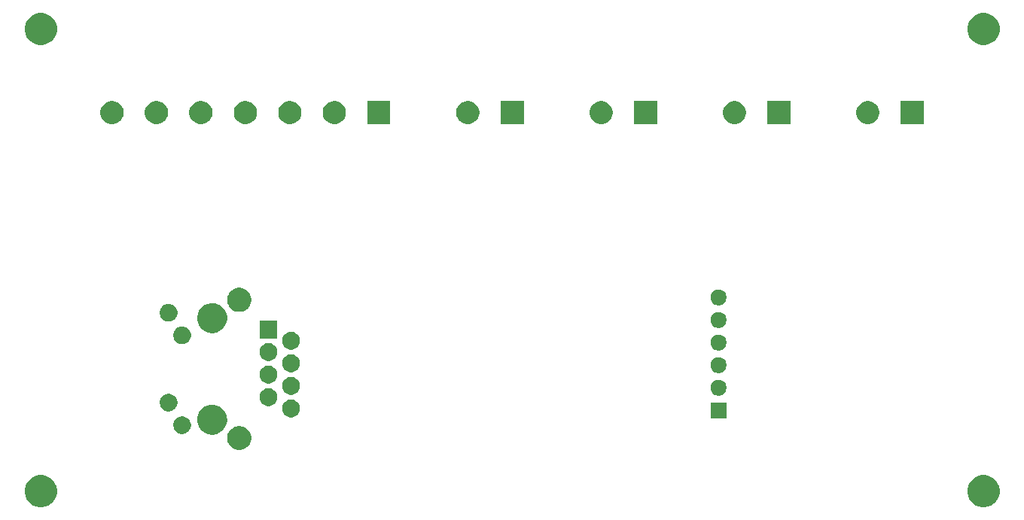
<source format=gbr>
G04 #@! TF.GenerationSoftware,KiCad,Pcbnew,5.1.5-52549c5~86~ubuntu18.04.1*
G04 #@! TF.CreationDate,2020-04-16T21:51:48+01:00*
G04 #@! TF.ProjectId,accesscontrol,61636365-7373-4636-9f6e-74726f6c2e6b,rev?*
G04 #@! TF.SameCoordinates,Original*
G04 #@! TF.FileFunction,Soldermask,Bot*
G04 #@! TF.FilePolarity,Negative*
%FSLAX46Y46*%
G04 Gerber Fmt 4.6, Leading zero omitted, Abs format (unit mm)*
G04 Created by KiCad (PCBNEW 5.1.5-52549c5~86~ubuntu18.04.1) date 2020-04-16 21:51:48*
%MOMM*%
%LPD*%
G04 APERTURE LIST*
%ADD10C,0.100000*%
G04 APERTURE END LIST*
D10*
G36*
X171525331Y-112268211D02*
G01*
X171853092Y-112403974D01*
X172148070Y-112601072D01*
X172398928Y-112851930D01*
X172596026Y-113146908D01*
X172731789Y-113474669D01*
X172801000Y-113822616D01*
X172801000Y-114177384D01*
X172731789Y-114525331D01*
X172596026Y-114853092D01*
X172398928Y-115148070D01*
X172148070Y-115398928D01*
X171853092Y-115596026D01*
X171525331Y-115731789D01*
X171177384Y-115801000D01*
X170822616Y-115801000D01*
X170474669Y-115731789D01*
X170146908Y-115596026D01*
X169851930Y-115398928D01*
X169601072Y-115148070D01*
X169403974Y-114853092D01*
X169268211Y-114525331D01*
X169199000Y-114177384D01*
X169199000Y-113822616D01*
X169268211Y-113474669D01*
X169403974Y-113146908D01*
X169601072Y-112851930D01*
X169851930Y-112601072D01*
X170146908Y-112403974D01*
X170474669Y-112268211D01*
X170822616Y-112199000D01*
X171177384Y-112199000D01*
X171525331Y-112268211D01*
G37*
G36*
X65525331Y-112268211D02*
G01*
X65853092Y-112403974D01*
X66148070Y-112601072D01*
X66398928Y-112851930D01*
X66596026Y-113146908D01*
X66731789Y-113474669D01*
X66801000Y-113822616D01*
X66801000Y-114177384D01*
X66731789Y-114525331D01*
X66596026Y-114853092D01*
X66398928Y-115148070D01*
X66148070Y-115398928D01*
X65853092Y-115596026D01*
X65525331Y-115731789D01*
X65177384Y-115801000D01*
X64822616Y-115801000D01*
X64474669Y-115731789D01*
X64146908Y-115596026D01*
X63851930Y-115398928D01*
X63601072Y-115148070D01*
X63403974Y-114853092D01*
X63268211Y-114525331D01*
X63199000Y-114177384D01*
X63199000Y-113822616D01*
X63268211Y-113474669D01*
X63403974Y-113146908D01*
X63601072Y-112851930D01*
X63851930Y-112601072D01*
X64146908Y-112403974D01*
X64474669Y-112268211D01*
X64822616Y-112199000D01*
X65177384Y-112199000D01*
X65525331Y-112268211D01*
G37*
G36*
X87704072Y-106720918D02*
G01*
X87783655Y-106753882D01*
X87949939Y-106822759D01*
X88171212Y-106970610D01*
X88359390Y-107158788D01*
X88507241Y-107380061D01*
X88609082Y-107625928D01*
X88661000Y-107886938D01*
X88661000Y-108153062D01*
X88609082Y-108414072D01*
X88507241Y-108659939D01*
X88359390Y-108881212D01*
X88171212Y-109069390D01*
X87949939Y-109217241D01*
X87949938Y-109217242D01*
X87949937Y-109217242D01*
X87704072Y-109319082D01*
X87443063Y-109371000D01*
X87176937Y-109371000D01*
X86915928Y-109319082D01*
X86670063Y-109217242D01*
X86670062Y-109217242D01*
X86670061Y-109217241D01*
X86448788Y-109069390D01*
X86260610Y-108881212D01*
X86112759Y-108659939D01*
X86010918Y-108414072D01*
X85959000Y-108153062D01*
X85959000Y-107886938D01*
X86010918Y-107625928D01*
X86112759Y-107380061D01*
X86260610Y-107158788D01*
X86448788Y-106970610D01*
X86670061Y-106822759D01*
X86836346Y-106753882D01*
X86915928Y-106720918D01*
X87176937Y-106669000D01*
X87443063Y-106669000D01*
X87704072Y-106720918D01*
G37*
G36*
X84541072Y-104307074D02*
G01*
X84748871Y-104348408D01*
X85053883Y-104474748D01*
X85328387Y-104658166D01*
X85561834Y-104891613D01*
X85745252Y-105166117D01*
X85745252Y-105166118D01*
X85871592Y-105471130D01*
X85914603Y-105687356D01*
X85936000Y-105794928D01*
X85936000Y-106125072D01*
X85871592Y-106448871D01*
X85745252Y-106753883D01*
X85561834Y-107028387D01*
X85328387Y-107261834D01*
X85053883Y-107445252D01*
X84748871Y-107571592D01*
X84586971Y-107603796D01*
X84425073Y-107636000D01*
X84094927Y-107636000D01*
X83933029Y-107603796D01*
X83771129Y-107571592D01*
X83466117Y-107445252D01*
X83191613Y-107261834D01*
X82958166Y-107028387D01*
X82774748Y-106753883D01*
X82648408Y-106448871D01*
X82584000Y-106125072D01*
X82584000Y-105794928D01*
X82605398Y-105687356D01*
X82648408Y-105471130D01*
X82774748Y-105166118D01*
X82774748Y-105166117D01*
X82958166Y-104891613D01*
X83191613Y-104658166D01*
X83466117Y-104474748D01*
X83771129Y-104348408D01*
X83978928Y-104307074D01*
X84094927Y-104284000D01*
X84425073Y-104284000D01*
X84541072Y-104307074D01*
G37*
G36*
X81170521Y-105612275D02*
G01*
X81261153Y-105649816D01*
X81351783Y-105687356D01*
X81514913Y-105796356D01*
X81653644Y-105935087D01*
X81762644Y-106098217D01*
X81773768Y-106125073D01*
X81837725Y-106279479D01*
X81876000Y-106471901D01*
X81876000Y-106668099D01*
X81837725Y-106860521D01*
X81800184Y-106951152D01*
X81762644Y-107041783D01*
X81653644Y-107204913D01*
X81514913Y-107343644D01*
X81351783Y-107452644D01*
X81261152Y-107490184D01*
X81170521Y-107527725D01*
X80978099Y-107566000D01*
X80781901Y-107566000D01*
X80589479Y-107527725D01*
X80498848Y-107490184D01*
X80408217Y-107452644D01*
X80245087Y-107343644D01*
X80106356Y-107204913D01*
X79997356Y-107041783D01*
X79959816Y-106951152D01*
X79922275Y-106860521D01*
X79884000Y-106668099D01*
X79884000Y-106471901D01*
X79922275Y-106279479D01*
X79986232Y-106125073D01*
X79997356Y-106098217D01*
X80106356Y-105935087D01*
X80245087Y-105796356D01*
X80408217Y-105687356D01*
X80498847Y-105649816D01*
X80589479Y-105612275D01*
X80781901Y-105574000D01*
X80978099Y-105574000D01*
X81170521Y-105612275D01*
G37*
G36*
X142101000Y-105801000D02*
G01*
X140299000Y-105801000D01*
X140299000Y-103999000D01*
X142101000Y-103999000D01*
X142101000Y-105801000D01*
G37*
G36*
X93431981Y-103727468D02*
G01*
X93614151Y-103802926D01*
X93778100Y-103912473D01*
X93917527Y-104051900D01*
X94027074Y-104215849D01*
X94102532Y-104398019D01*
X94141000Y-104591410D01*
X94141000Y-104788590D01*
X94102532Y-104981981D01*
X94027074Y-105164151D01*
X93917527Y-105328100D01*
X93778100Y-105467527D01*
X93614151Y-105577074D01*
X93431981Y-105652532D01*
X93335285Y-105671766D01*
X93238591Y-105691000D01*
X93041409Y-105691000D01*
X92848019Y-105652532D01*
X92665849Y-105577074D01*
X92501900Y-105467527D01*
X92362473Y-105328100D01*
X92252926Y-105164151D01*
X92177468Y-104981981D01*
X92139000Y-104788590D01*
X92139000Y-104591410D01*
X92177468Y-104398019D01*
X92252926Y-104215849D01*
X92362473Y-104051900D01*
X92501900Y-103912473D01*
X92665849Y-103802926D01*
X92848019Y-103727468D01*
X93041409Y-103689000D01*
X93238591Y-103689000D01*
X93431981Y-103727468D01*
G37*
G36*
X79650521Y-103072275D02*
G01*
X79741152Y-103109816D01*
X79831783Y-103147356D01*
X79994913Y-103256356D01*
X80133644Y-103395087D01*
X80242644Y-103558217D01*
X80280184Y-103648847D01*
X80317725Y-103739479D01*
X80356000Y-103931901D01*
X80356000Y-104128099D01*
X80317725Y-104320521D01*
X80292039Y-104382532D01*
X80242644Y-104501783D01*
X80133644Y-104664913D01*
X79994913Y-104803644D01*
X79831783Y-104912644D01*
X79741153Y-104950184D01*
X79650521Y-104987725D01*
X79458099Y-105026000D01*
X79261901Y-105026000D01*
X79069479Y-104987725D01*
X78978848Y-104950184D01*
X78888217Y-104912644D01*
X78725087Y-104803644D01*
X78586356Y-104664913D01*
X78477356Y-104501783D01*
X78427961Y-104382532D01*
X78402275Y-104320521D01*
X78364000Y-104128099D01*
X78364000Y-103931901D01*
X78402275Y-103739479D01*
X78439816Y-103648847D01*
X78477356Y-103558217D01*
X78586356Y-103395087D01*
X78725087Y-103256356D01*
X78888217Y-103147356D01*
X78978848Y-103109816D01*
X79069479Y-103072275D01*
X79261901Y-103034000D01*
X79458099Y-103034000D01*
X79650521Y-103072275D01*
G37*
G36*
X90891981Y-102457468D02*
G01*
X91074151Y-102532926D01*
X91238100Y-102642473D01*
X91377527Y-102781900D01*
X91487074Y-102945849D01*
X91562532Y-103128019D01*
X91601000Y-103321410D01*
X91601000Y-103518590D01*
X91562532Y-103711981D01*
X91487074Y-103894151D01*
X91377527Y-104058100D01*
X91238100Y-104197527D01*
X91074151Y-104307074D01*
X91074150Y-104307075D01*
X91074149Y-104307075D01*
X91041685Y-104320522D01*
X90891981Y-104382532D01*
X90814123Y-104398019D01*
X90698591Y-104421000D01*
X90501409Y-104421000D01*
X90385877Y-104398019D01*
X90308019Y-104382532D01*
X90158315Y-104320522D01*
X90125851Y-104307075D01*
X90125850Y-104307075D01*
X90125849Y-104307074D01*
X89961900Y-104197527D01*
X89822473Y-104058100D01*
X89712926Y-103894151D01*
X89637468Y-103711981D01*
X89599000Y-103518590D01*
X89599000Y-103321410D01*
X89637468Y-103128019D01*
X89712926Y-102945849D01*
X89822473Y-102781900D01*
X89961900Y-102642473D01*
X90125849Y-102532926D01*
X90308019Y-102457468D01*
X90501409Y-102419000D01*
X90698591Y-102419000D01*
X90891981Y-102457468D01*
G37*
G36*
X141313512Y-101463927D02*
G01*
X141462812Y-101493624D01*
X141626784Y-101561544D01*
X141774354Y-101660147D01*
X141899853Y-101785646D01*
X141998456Y-101933216D01*
X142066376Y-102097188D01*
X142101000Y-102271259D01*
X142101000Y-102448741D01*
X142066376Y-102622812D01*
X141998456Y-102786784D01*
X141899853Y-102934354D01*
X141774354Y-103059853D01*
X141626784Y-103158456D01*
X141462812Y-103226376D01*
X141313512Y-103256073D01*
X141288742Y-103261000D01*
X141111258Y-103261000D01*
X141086488Y-103256073D01*
X140937188Y-103226376D01*
X140773216Y-103158456D01*
X140625646Y-103059853D01*
X140500147Y-102934354D01*
X140401544Y-102786784D01*
X140333624Y-102622812D01*
X140299000Y-102448741D01*
X140299000Y-102271259D01*
X140333624Y-102097188D01*
X140401544Y-101933216D01*
X140500147Y-101785646D01*
X140625646Y-101660147D01*
X140773216Y-101561544D01*
X140937188Y-101493624D01*
X141086488Y-101463927D01*
X141111258Y-101459000D01*
X141288742Y-101459000D01*
X141313512Y-101463927D01*
G37*
G36*
X93335285Y-101168234D02*
G01*
X93431981Y-101187468D01*
X93614151Y-101262926D01*
X93778100Y-101372473D01*
X93917527Y-101511900D01*
X94027074Y-101675849D01*
X94102532Y-101858019D01*
X94141000Y-102051410D01*
X94141000Y-102248590D01*
X94102532Y-102441981D01*
X94027074Y-102624151D01*
X93917527Y-102788100D01*
X93778100Y-102927527D01*
X93614151Y-103037074D01*
X93431981Y-103112532D01*
X93354123Y-103128019D01*
X93238591Y-103151000D01*
X93041409Y-103151000D01*
X92925877Y-103128019D01*
X92848019Y-103112532D01*
X92665849Y-103037074D01*
X92501900Y-102927527D01*
X92362473Y-102788100D01*
X92252926Y-102624151D01*
X92177468Y-102441981D01*
X92139000Y-102248590D01*
X92139000Y-102051410D01*
X92177468Y-101858019D01*
X92252926Y-101675849D01*
X92362473Y-101511900D01*
X92501900Y-101372473D01*
X92665849Y-101262926D01*
X92848019Y-101187468D01*
X93041409Y-101149000D01*
X93238591Y-101149000D01*
X93335285Y-101168234D01*
G37*
G36*
X90795285Y-99898234D02*
G01*
X90891981Y-99917468D01*
X91074151Y-99992926D01*
X91238100Y-100102473D01*
X91377527Y-100241900D01*
X91487074Y-100405849D01*
X91562532Y-100588019D01*
X91601000Y-100781410D01*
X91601000Y-100978590D01*
X91562532Y-101171981D01*
X91487074Y-101354151D01*
X91377527Y-101518100D01*
X91238100Y-101657527D01*
X91074151Y-101767074D01*
X90891981Y-101842532D01*
X90814123Y-101858019D01*
X90698591Y-101881000D01*
X90501409Y-101881000D01*
X90385877Y-101858019D01*
X90308019Y-101842532D01*
X90125849Y-101767074D01*
X89961900Y-101657527D01*
X89822473Y-101518100D01*
X89712926Y-101354151D01*
X89637468Y-101171981D01*
X89599000Y-100978590D01*
X89599000Y-100781410D01*
X89637468Y-100588019D01*
X89712926Y-100405849D01*
X89822473Y-100241900D01*
X89961900Y-100102473D01*
X90125849Y-99992926D01*
X90308019Y-99917468D01*
X90501409Y-99879000D01*
X90698591Y-99879000D01*
X90795285Y-99898234D01*
G37*
G36*
X141313512Y-98923927D02*
G01*
X141462812Y-98953624D01*
X141626784Y-99021544D01*
X141774354Y-99120147D01*
X141899853Y-99245646D01*
X141998456Y-99393216D01*
X142066376Y-99557188D01*
X142101000Y-99731259D01*
X142101000Y-99908741D01*
X142066376Y-100082812D01*
X141998456Y-100246784D01*
X141899853Y-100394354D01*
X141774354Y-100519853D01*
X141626784Y-100618456D01*
X141462812Y-100686376D01*
X141313512Y-100716073D01*
X141288742Y-100721000D01*
X141111258Y-100721000D01*
X141086488Y-100716073D01*
X140937188Y-100686376D01*
X140773216Y-100618456D01*
X140625646Y-100519853D01*
X140500147Y-100394354D01*
X140401544Y-100246784D01*
X140333624Y-100082812D01*
X140299000Y-99908741D01*
X140299000Y-99731259D01*
X140333624Y-99557188D01*
X140401544Y-99393216D01*
X140500147Y-99245646D01*
X140625646Y-99120147D01*
X140773216Y-99021544D01*
X140937188Y-98953624D01*
X141086488Y-98923927D01*
X141111258Y-98919000D01*
X141288742Y-98919000D01*
X141313512Y-98923927D01*
G37*
G36*
X93431981Y-98647468D02*
G01*
X93614151Y-98722926D01*
X93778100Y-98832473D01*
X93917527Y-98971900D01*
X94027074Y-99135849D01*
X94102532Y-99318019D01*
X94141000Y-99511410D01*
X94141000Y-99708590D01*
X94102532Y-99901981D01*
X94027074Y-100084151D01*
X93917527Y-100248100D01*
X93778100Y-100387527D01*
X93614151Y-100497074D01*
X93431981Y-100572532D01*
X93354123Y-100588019D01*
X93238591Y-100611000D01*
X93041409Y-100611000D01*
X92925877Y-100588019D01*
X92848019Y-100572532D01*
X92665849Y-100497074D01*
X92501900Y-100387527D01*
X92362473Y-100248100D01*
X92252926Y-100084151D01*
X92177468Y-99901981D01*
X92139000Y-99708590D01*
X92139000Y-99511410D01*
X92177468Y-99318019D01*
X92252926Y-99135849D01*
X92362473Y-98971900D01*
X92501900Y-98832473D01*
X92665849Y-98722926D01*
X92848019Y-98647468D01*
X92944715Y-98628234D01*
X93041409Y-98609000D01*
X93238591Y-98609000D01*
X93431981Y-98647468D01*
G37*
G36*
X90716905Y-97342643D02*
G01*
X90891981Y-97377468D01*
X91074151Y-97452926D01*
X91238100Y-97562473D01*
X91377527Y-97701900D01*
X91487074Y-97865849D01*
X91562532Y-98048019D01*
X91601000Y-98241410D01*
X91601000Y-98438590D01*
X91562532Y-98631981D01*
X91487074Y-98814151D01*
X91377527Y-98978100D01*
X91238100Y-99117527D01*
X91074151Y-99227074D01*
X90891981Y-99302532D01*
X90814123Y-99318019D01*
X90698591Y-99341000D01*
X90501409Y-99341000D01*
X90385877Y-99318019D01*
X90308019Y-99302532D01*
X90125849Y-99227074D01*
X89961900Y-99117527D01*
X89822473Y-98978100D01*
X89712926Y-98814151D01*
X89637468Y-98631981D01*
X89599000Y-98438590D01*
X89599000Y-98241410D01*
X89637468Y-98048019D01*
X89712926Y-97865849D01*
X89822473Y-97701900D01*
X89961900Y-97562473D01*
X90125849Y-97452926D01*
X90308019Y-97377468D01*
X90483095Y-97342643D01*
X90501409Y-97339000D01*
X90698591Y-97339000D01*
X90716905Y-97342643D01*
G37*
G36*
X141313512Y-96383927D02*
G01*
X141462812Y-96413624D01*
X141626784Y-96481544D01*
X141774354Y-96580147D01*
X141899853Y-96705646D01*
X141998456Y-96853216D01*
X142066376Y-97017188D01*
X142101000Y-97191259D01*
X142101000Y-97368741D01*
X142066376Y-97542812D01*
X141998456Y-97706784D01*
X141899853Y-97854354D01*
X141774354Y-97979853D01*
X141626784Y-98078456D01*
X141462812Y-98146376D01*
X141313512Y-98176073D01*
X141288742Y-98181000D01*
X141111258Y-98181000D01*
X141086488Y-98176073D01*
X140937188Y-98146376D01*
X140773216Y-98078456D01*
X140625646Y-97979853D01*
X140500147Y-97854354D01*
X140401544Y-97706784D01*
X140333624Y-97542812D01*
X140299000Y-97368741D01*
X140299000Y-97191259D01*
X140333624Y-97017188D01*
X140401544Y-96853216D01*
X140500147Y-96705646D01*
X140625646Y-96580147D01*
X140773216Y-96481544D01*
X140937188Y-96413624D01*
X141086488Y-96383927D01*
X141111258Y-96379000D01*
X141288742Y-96379000D01*
X141313512Y-96383927D01*
G37*
G36*
X93431981Y-96107468D02*
G01*
X93560795Y-96160825D01*
X93581688Y-96169479D01*
X93614151Y-96182926D01*
X93778100Y-96292473D01*
X93917527Y-96431900D01*
X94027074Y-96595849D01*
X94102532Y-96778019D01*
X94141000Y-96971410D01*
X94141000Y-97168590D01*
X94102532Y-97361981D01*
X94027074Y-97544151D01*
X93917527Y-97708100D01*
X93778100Y-97847527D01*
X93614151Y-97957074D01*
X93431981Y-98032532D01*
X93354123Y-98048019D01*
X93238591Y-98071000D01*
X93041409Y-98071000D01*
X92925877Y-98048019D01*
X92848019Y-98032532D01*
X92665849Y-97957074D01*
X92501900Y-97847527D01*
X92362473Y-97708100D01*
X92252926Y-97544151D01*
X92177468Y-97361981D01*
X92139000Y-97168590D01*
X92139000Y-96971410D01*
X92177468Y-96778019D01*
X92252926Y-96595849D01*
X92362473Y-96431900D01*
X92501900Y-96292473D01*
X92665849Y-96182926D01*
X92698313Y-96169479D01*
X92719205Y-96160825D01*
X92848019Y-96107468D01*
X93041409Y-96069000D01*
X93238591Y-96069000D01*
X93431981Y-96107468D01*
G37*
G36*
X81170521Y-95502275D02*
G01*
X81257869Y-95538456D01*
X81351783Y-95577356D01*
X81514913Y-95686356D01*
X81653644Y-95825087D01*
X81762644Y-95988217D01*
X81773842Y-96015252D01*
X81837725Y-96169479D01*
X81876000Y-96361901D01*
X81876000Y-96558099D01*
X81837725Y-96750521D01*
X81826334Y-96778020D01*
X81762644Y-96931783D01*
X81653644Y-97094913D01*
X81514913Y-97233644D01*
X81351783Y-97342644D01*
X81261152Y-97380184D01*
X81170521Y-97417725D01*
X80978099Y-97456000D01*
X80781901Y-97456000D01*
X80589479Y-97417725D01*
X80498847Y-97380184D01*
X80408217Y-97342644D01*
X80245087Y-97233644D01*
X80106356Y-97094913D01*
X79997356Y-96931783D01*
X79933666Y-96778020D01*
X79922275Y-96750521D01*
X79884000Y-96558099D01*
X79884000Y-96361901D01*
X79922275Y-96169479D01*
X79986158Y-96015252D01*
X79997356Y-95988217D01*
X80106356Y-95825087D01*
X80245087Y-95686356D01*
X80408217Y-95577356D01*
X80502131Y-95538456D01*
X80589479Y-95502275D01*
X80781901Y-95464000D01*
X80978099Y-95464000D01*
X81170521Y-95502275D01*
G37*
G36*
X91601000Y-96801000D02*
G01*
X89599000Y-96801000D01*
X89599000Y-94799000D01*
X91601000Y-94799000D01*
X91601000Y-96801000D01*
G37*
G36*
X84586971Y-92886204D02*
G01*
X84748871Y-92918408D01*
X85053883Y-93044748D01*
X85328387Y-93228166D01*
X85561834Y-93461613D01*
X85745252Y-93736117D01*
X85871592Y-94041129D01*
X85871592Y-94041130D01*
X85936000Y-94364927D01*
X85936000Y-94695073D01*
X85909411Y-94828741D01*
X85871592Y-95018871D01*
X85745252Y-95323883D01*
X85561834Y-95598387D01*
X85328387Y-95831834D01*
X85053883Y-96015252D01*
X84748871Y-96141592D01*
X84608679Y-96169478D01*
X84425073Y-96206000D01*
X84094927Y-96206000D01*
X83911321Y-96169478D01*
X83771129Y-96141592D01*
X83466117Y-96015252D01*
X83191613Y-95831834D01*
X82958166Y-95598387D01*
X82774748Y-95323883D01*
X82648408Y-95018871D01*
X82610589Y-94828741D01*
X82584000Y-94695073D01*
X82584000Y-94364927D01*
X82648408Y-94041130D01*
X82648408Y-94041129D01*
X82774748Y-93736117D01*
X82958166Y-93461613D01*
X83191613Y-93228166D01*
X83466117Y-93044748D01*
X83771129Y-92918408D01*
X84094927Y-92854000D01*
X84425073Y-92854000D01*
X84586971Y-92886204D01*
G37*
G36*
X141313512Y-93843927D02*
G01*
X141462812Y-93873624D01*
X141626784Y-93941544D01*
X141774354Y-94040147D01*
X141899853Y-94165646D01*
X141998456Y-94313216D01*
X142066376Y-94477188D01*
X142101000Y-94651259D01*
X142101000Y-94828741D01*
X142066376Y-95002812D01*
X141998456Y-95166784D01*
X141899853Y-95314354D01*
X141774354Y-95439853D01*
X141626784Y-95538456D01*
X141462812Y-95606376D01*
X141313512Y-95636073D01*
X141288742Y-95641000D01*
X141111258Y-95641000D01*
X141086488Y-95636073D01*
X140937188Y-95606376D01*
X140773216Y-95538456D01*
X140625646Y-95439853D01*
X140500147Y-95314354D01*
X140401544Y-95166784D01*
X140333624Y-95002812D01*
X140299000Y-94828741D01*
X140299000Y-94651259D01*
X140333624Y-94477188D01*
X140401544Y-94313216D01*
X140500147Y-94165646D01*
X140625646Y-94040147D01*
X140773216Y-93941544D01*
X140937188Y-93873624D01*
X141086488Y-93843927D01*
X141111258Y-93839000D01*
X141288742Y-93839000D01*
X141313512Y-93843927D01*
G37*
G36*
X79650521Y-92962275D02*
G01*
X79737869Y-92998456D01*
X79831783Y-93037356D01*
X79994913Y-93146356D01*
X80133644Y-93285087D01*
X80242644Y-93448217D01*
X80272125Y-93519391D01*
X80317725Y-93629479D01*
X80356000Y-93821901D01*
X80356000Y-94018099D01*
X80317725Y-94210521D01*
X80280184Y-94301153D01*
X80242644Y-94391783D01*
X80133644Y-94554913D01*
X79994913Y-94693644D01*
X79831783Y-94802644D01*
X79768776Y-94828742D01*
X79650521Y-94877725D01*
X79458099Y-94916000D01*
X79261901Y-94916000D01*
X79069479Y-94877725D01*
X78951224Y-94828742D01*
X78888217Y-94802644D01*
X78725087Y-94693644D01*
X78586356Y-94554913D01*
X78477356Y-94391783D01*
X78439816Y-94301153D01*
X78402275Y-94210521D01*
X78364000Y-94018099D01*
X78364000Y-93821901D01*
X78402275Y-93629479D01*
X78447875Y-93519391D01*
X78477356Y-93448217D01*
X78586356Y-93285087D01*
X78725087Y-93146356D01*
X78888217Y-93037356D01*
X78982131Y-92998456D01*
X79069479Y-92962275D01*
X79261901Y-92924000D01*
X79458099Y-92924000D01*
X79650521Y-92962275D01*
G37*
G36*
X87704072Y-91170918D02*
G01*
X87949939Y-91272759D01*
X87989211Y-91299000D01*
X88171211Y-91420609D01*
X88359391Y-91608789D01*
X88507242Y-91830063D01*
X88609082Y-92075928D01*
X88661000Y-92336937D01*
X88661000Y-92603063D01*
X88626928Y-92774353D01*
X88609082Y-92864072D01*
X88507241Y-93109939D01*
X88359390Y-93331212D01*
X88171212Y-93519390D01*
X87949939Y-93667241D01*
X87949938Y-93667242D01*
X87949937Y-93667242D01*
X87704072Y-93769082D01*
X87443063Y-93821000D01*
X87176937Y-93821000D01*
X86915928Y-93769082D01*
X86670063Y-93667242D01*
X86670062Y-93667242D01*
X86670061Y-93667241D01*
X86448788Y-93519390D01*
X86260610Y-93331212D01*
X86112759Y-93109939D01*
X86010918Y-92864072D01*
X85993072Y-92774353D01*
X85959000Y-92603063D01*
X85959000Y-92336937D01*
X86010918Y-92075928D01*
X86112758Y-91830063D01*
X86260609Y-91608789D01*
X86448789Y-91420609D01*
X86630789Y-91299000D01*
X86670061Y-91272759D01*
X86915928Y-91170918D01*
X87176937Y-91119000D01*
X87443063Y-91119000D01*
X87704072Y-91170918D01*
G37*
G36*
X141313512Y-91303927D02*
G01*
X141462812Y-91333624D01*
X141626784Y-91401544D01*
X141774354Y-91500147D01*
X141899853Y-91625646D01*
X141998456Y-91773216D01*
X142066376Y-91937188D01*
X142101000Y-92111259D01*
X142101000Y-92288741D01*
X142066376Y-92462812D01*
X141998456Y-92626784D01*
X141899853Y-92774354D01*
X141774354Y-92899853D01*
X141626784Y-92998456D01*
X141462812Y-93066376D01*
X141313512Y-93096073D01*
X141288742Y-93101000D01*
X141111258Y-93101000D01*
X141086488Y-93096073D01*
X140937188Y-93066376D01*
X140773216Y-92998456D01*
X140625646Y-92899853D01*
X140500147Y-92774354D01*
X140401544Y-92626784D01*
X140333624Y-92462812D01*
X140299000Y-92288741D01*
X140299000Y-92111259D01*
X140333624Y-91937188D01*
X140401544Y-91773216D01*
X140500147Y-91625646D01*
X140625646Y-91500147D01*
X140773216Y-91401544D01*
X140937188Y-91333624D01*
X141086488Y-91303927D01*
X141111258Y-91299000D01*
X141288742Y-91299000D01*
X141313512Y-91303927D01*
G37*
G36*
X134301000Y-72701000D02*
G01*
X131699000Y-72701000D01*
X131699000Y-70099000D01*
X134301000Y-70099000D01*
X134301000Y-72701000D01*
G37*
G36*
X164301000Y-72701000D02*
G01*
X161699000Y-72701000D01*
X161699000Y-70099000D01*
X164301000Y-70099000D01*
X164301000Y-72701000D01*
G37*
G36*
X158379487Y-70148996D02*
G01*
X158616253Y-70247068D01*
X158616255Y-70247069D01*
X158829339Y-70389447D01*
X159010553Y-70570661D01*
X159152932Y-70783747D01*
X159251004Y-71020513D01*
X159301000Y-71271861D01*
X159301000Y-71528139D01*
X159251004Y-71779487D01*
X159152932Y-72016253D01*
X159152931Y-72016255D01*
X159010553Y-72229339D01*
X158829339Y-72410553D01*
X158616255Y-72552931D01*
X158616254Y-72552932D01*
X158616253Y-72552932D01*
X158379487Y-72651004D01*
X158128139Y-72701000D01*
X157871861Y-72701000D01*
X157620513Y-72651004D01*
X157383747Y-72552932D01*
X157383746Y-72552932D01*
X157383745Y-72552931D01*
X157170661Y-72410553D01*
X156989447Y-72229339D01*
X156847069Y-72016255D01*
X156847068Y-72016253D01*
X156748996Y-71779487D01*
X156699000Y-71528139D01*
X156699000Y-71271861D01*
X156748996Y-71020513D01*
X156847068Y-70783747D01*
X156989447Y-70570661D01*
X157170661Y-70389447D01*
X157383745Y-70247069D01*
X157383747Y-70247068D01*
X157620513Y-70148996D01*
X157871861Y-70099000D01*
X158128139Y-70099000D01*
X158379487Y-70148996D01*
G37*
G36*
X73379487Y-70148996D02*
G01*
X73616253Y-70247068D01*
X73616255Y-70247069D01*
X73829339Y-70389447D01*
X74010553Y-70570661D01*
X74152932Y-70783747D01*
X74251004Y-71020513D01*
X74301000Y-71271861D01*
X74301000Y-71528139D01*
X74251004Y-71779487D01*
X74152932Y-72016253D01*
X74152931Y-72016255D01*
X74010553Y-72229339D01*
X73829339Y-72410553D01*
X73616255Y-72552931D01*
X73616254Y-72552932D01*
X73616253Y-72552932D01*
X73379487Y-72651004D01*
X73128139Y-72701000D01*
X72871861Y-72701000D01*
X72620513Y-72651004D01*
X72383747Y-72552932D01*
X72383746Y-72552932D01*
X72383745Y-72552931D01*
X72170661Y-72410553D01*
X71989447Y-72229339D01*
X71847069Y-72016255D01*
X71847068Y-72016253D01*
X71748996Y-71779487D01*
X71699000Y-71528139D01*
X71699000Y-71271861D01*
X71748996Y-71020513D01*
X71847068Y-70783747D01*
X71989447Y-70570661D01*
X72170661Y-70389447D01*
X72383745Y-70247069D01*
X72383747Y-70247068D01*
X72620513Y-70148996D01*
X72871861Y-70099000D01*
X73128139Y-70099000D01*
X73379487Y-70148996D01*
G37*
G36*
X78379487Y-70148996D02*
G01*
X78616253Y-70247068D01*
X78616255Y-70247069D01*
X78829339Y-70389447D01*
X79010553Y-70570661D01*
X79152932Y-70783747D01*
X79251004Y-71020513D01*
X79301000Y-71271861D01*
X79301000Y-71528139D01*
X79251004Y-71779487D01*
X79152932Y-72016253D01*
X79152931Y-72016255D01*
X79010553Y-72229339D01*
X78829339Y-72410553D01*
X78616255Y-72552931D01*
X78616254Y-72552932D01*
X78616253Y-72552932D01*
X78379487Y-72651004D01*
X78128139Y-72701000D01*
X77871861Y-72701000D01*
X77620513Y-72651004D01*
X77383747Y-72552932D01*
X77383746Y-72552932D01*
X77383745Y-72552931D01*
X77170661Y-72410553D01*
X76989447Y-72229339D01*
X76847069Y-72016255D01*
X76847068Y-72016253D01*
X76748996Y-71779487D01*
X76699000Y-71528139D01*
X76699000Y-71271861D01*
X76748996Y-71020513D01*
X76847068Y-70783747D01*
X76989447Y-70570661D01*
X77170661Y-70389447D01*
X77383745Y-70247069D01*
X77383747Y-70247068D01*
X77620513Y-70148996D01*
X77871861Y-70099000D01*
X78128139Y-70099000D01*
X78379487Y-70148996D01*
G37*
G36*
X113379487Y-70148996D02*
G01*
X113616253Y-70247068D01*
X113616255Y-70247069D01*
X113829339Y-70389447D01*
X114010553Y-70570661D01*
X114152932Y-70783747D01*
X114251004Y-71020513D01*
X114301000Y-71271861D01*
X114301000Y-71528139D01*
X114251004Y-71779487D01*
X114152932Y-72016253D01*
X114152931Y-72016255D01*
X114010553Y-72229339D01*
X113829339Y-72410553D01*
X113616255Y-72552931D01*
X113616254Y-72552932D01*
X113616253Y-72552932D01*
X113379487Y-72651004D01*
X113128139Y-72701000D01*
X112871861Y-72701000D01*
X112620513Y-72651004D01*
X112383747Y-72552932D01*
X112383746Y-72552932D01*
X112383745Y-72552931D01*
X112170661Y-72410553D01*
X111989447Y-72229339D01*
X111847069Y-72016255D01*
X111847068Y-72016253D01*
X111748996Y-71779487D01*
X111699000Y-71528139D01*
X111699000Y-71271861D01*
X111748996Y-71020513D01*
X111847068Y-70783747D01*
X111989447Y-70570661D01*
X112170661Y-70389447D01*
X112383745Y-70247069D01*
X112383747Y-70247068D01*
X112620513Y-70148996D01*
X112871861Y-70099000D01*
X113128139Y-70099000D01*
X113379487Y-70148996D01*
G37*
G36*
X119301000Y-72701000D02*
G01*
X116699000Y-72701000D01*
X116699000Y-70099000D01*
X119301000Y-70099000D01*
X119301000Y-72701000D01*
G37*
G36*
X128379487Y-70148996D02*
G01*
X128616253Y-70247068D01*
X128616255Y-70247069D01*
X128829339Y-70389447D01*
X129010553Y-70570661D01*
X129152932Y-70783747D01*
X129251004Y-71020513D01*
X129301000Y-71271861D01*
X129301000Y-71528139D01*
X129251004Y-71779487D01*
X129152932Y-72016253D01*
X129152931Y-72016255D01*
X129010553Y-72229339D01*
X128829339Y-72410553D01*
X128616255Y-72552931D01*
X128616254Y-72552932D01*
X128616253Y-72552932D01*
X128379487Y-72651004D01*
X128128139Y-72701000D01*
X127871861Y-72701000D01*
X127620513Y-72651004D01*
X127383747Y-72552932D01*
X127383746Y-72552932D01*
X127383745Y-72552931D01*
X127170661Y-72410553D01*
X126989447Y-72229339D01*
X126847069Y-72016255D01*
X126847068Y-72016253D01*
X126748996Y-71779487D01*
X126699000Y-71528139D01*
X126699000Y-71271861D01*
X126748996Y-71020513D01*
X126847068Y-70783747D01*
X126989447Y-70570661D01*
X127170661Y-70389447D01*
X127383745Y-70247069D01*
X127383747Y-70247068D01*
X127620513Y-70148996D01*
X127871861Y-70099000D01*
X128128139Y-70099000D01*
X128379487Y-70148996D01*
G37*
G36*
X83379487Y-70148996D02*
G01*
X83616253Y-70247068D01*
X83616255Y-70247069D01*
X83829339Y-70389447D01*
X84010553Y-70570661D01*
X84152932Y-70783747D01*
X84251004Y-71020513D01*
X84301000Y-71271861D01*
X84301000Y-71528139D01*
X84251004Y-71779487D01*
X84152932Y-72016253D01*
X84152931Y-72016255D01*
X84010553Y-72229339D01*
X83829339Y-72410553D01*
X83616255Y-72552931D01*
X83616254Y-72552932D01*
X83616253Y-72552932D01*
X83379487Y-72651004D01*
X83128139Y-72701000D01*
X82871861Y-72701000D01*
X82620513Y-72651004D01*
X82383747Y-72552932D01*
X82383746Y-72552932D01*
X82383745Y-72552931D01*
X82170661Y-72410553D01*
X81989447Y-72229339D01*
X81847069Y-72016255D01*
X81847068Y-72016253D01*
X81748996Y-71779487D01*
X81699000Y-71528139D01*
X81699000Y-71271861D01*
X81748996Y-71020513D01*
X81847068Y-70783747D01*
X81989447Y-70570661D01*
X82170661Y-70389447D01*
X82383745Y-70247069D01*
X82383747Y-70247068D01*
X82620513Y-70148996D01*
X82871861Y-70099000D01*
X83128139Y-70099000D01*
X83379487Y-70148996D01*
G37*
G36*
X93379487Y-70148996D02*
G01*
X93616253Y-70247068D01*
X93616255Y-70247069D01*
X93829339Y-70389447D01*
X94010553Y-70570661D01*
X94152932Y-70783747D01*
X94251004Y-71020513D01*
X94301000Y-71271861D01*
X94301000Y-71528139D01*
X94251004Y-71779487D01*
X94152932Y-72016253D01*
X94152931Y-72016255D01*
X94010553Y-72229339D01*
X93829339Y-72410553D01*
X93616255Y-72552931D01*
X93616254Y-72552932D01*
X93616253Y-72552932D01*
X93379487Y-72651004D01*
X93128139Y-72701000D01*
X92871861Y-72701000D01*
X92620513Y-72651004D01*
X92383747Y-72552932D01*
X92383746Y-72552932D01*
X92383745Y-72552931D01*
X92170661Y-72410553D01*
X91989447Y-72229339D01*
X91847069Y-72016255D01*
X91847068Y-72016253D01*
X91748996Y-71779487D01*
X91699000Y-71528139D01*
X91699000Y-71271861D01*
X91748996Y-71020513D01*
X91847068Y-70783747D01*
X91989447Y-70570661D01*
X92170661Y-70389447D01*
X92383745Y-70247069D01*
X92383747Y-70247068D01*
X92620513Y-70148996D01*
X92871861Y-70099000D01*
X93128139Y-70099000D01*
X93379487Y-70148996D01*
G37*
G36*
X98379487Y-70148996D02*
G01*
X98616253Y-70247068D01*
X98616255Y-70247069D01*
X98829339Y-70389447D01*
X99010553Y-70570661D01*
X99152932Y-70783747D01*
X99251004Y-71020513D01*
X99301000Y-71271861D01*
X99301000Y-71528139D01*
X99251004Y-71779487D01*
X99152932Y-72016253D01*
X99152931Y-72016255D01*
X99010553Y-72229339D01*
X98829339Y-72410553D01*
X98616255Y-72552931D01*
X98616254Y-72552932D01*
X98616253Y-72552932D01*
X98379487Y-72651004D01*
X98128139Y-72701000D01*
X97871861Y-72701000D01*
X97620513Y-72651004D01*
X97383747Y-72552932D01*
X97383746Y-72552932D01*
X97383745Y-72552931D01*
X97170661Y-72410553D01*
X96989447Y-72229339D01*
X96847069Y-72016255D01*
X96847068Y-72016253D01*
X96748996Y-71779487D01*
X96699000Y-71528139D01*
X96699000Y-71271861D01*
X96748996Y-71020513D01*
X96847068Y-70783747D01*
X96989447Y-70570661D01*
X97170661Y-70389447D01*
X97383745Y-70247069D01*
X97383747Y-70247068D01*
X97620513Y-70148996D01*
X97871861Y-70099000D01*
X98128139Y-70099000D01*
X98379487Y-70148996D01*
G37*
G36*
X104301000Y-72701000D02*
G01*
X101699000Y-72701000D01*
X101699000Y-70099000D01*
X104301000Y-70099000D01*
X104301000Y-72701000D01*
G37*
G36*
X143379487Y-70148996D02*
G01*
X143616253Y-70247068D01*
X143616255Y-70247069D01*
X143829339Y-70389447D01*
X144010553Y-70570661D01*
X144152932Y-70783747D01*
X144251004Y-71020513D01*
X144301000Y-71271861D01*
X144301000Y-71528139D01*
X144251004Y-71779487D01*
X144152932Y-72016253D01*
X144152931Y-72016255D01*
X144010553Y-72229339D01*
X143829339Y-72410553D01*
X143616255Y-72552931D01*
X143616254Y-72552932D01*
X143616253Y-72552932D01*
X143379487Y-72651004D01*
X143128139Y-72701000D01*
X142871861Y-72701000D01*
X142620513Y-72651004D01*
X142383747Y-72552932D01*
X142383746Y-72552932D01*
X142383745Y-72552931D01*
X142170661Y-72410553D01*
X141989447Y-72229339D01*
X141847069Y-72016255D01*
X141847068Y-72016253D01*
X141748996Y-71779487D01*
X141699000Y-71528139D01*
X141699000Y-71271861D01*
X141748996Y-71020513D01*
X141847068Y-70783747D01*
X141989447Y-70570661D01*
X142170661Y-70389447D01*
X142383745Y-70247069D01*
X142383747Y-70247068D01*
X142620513Y-70148996D01*
X142871861Y-70099000D01*
X143128139Y-70099000D01*
X143379487Y-70148996D01*
G37*
G36*
X149301000Y-72701000D02*
G01*
X146699000Y-72701000D01*
X146699000Y-70099000D01*
X149301000Y-70099000D01*
X149301000Y-72701000D01*
G37*
G36*
X88379487Y-70148996D02*
G01*
X88616253Y-70247068D01*
X88616255Y-70247069D01*
X88829339Y-70389447D01*
X89010553Y-70570661D01*
X89152932Y-70783747D01*
X89251004Y-71020513D01*
X89301000Y-71271861D01*
X89301000Y-71528139D01*
X89251004Y-71779487D01*
X89152932Y-72016253D01*
X89152931Y-72016255D01*
X89010553Y-72229339D01*
X88829339Y-72410553D01*
X88616255Y-72552931D01*
X88616254Y-72552932D01*
X88616253Y-72552932D01*
X88379487Y-72651004D01*
X88128139Y-72701000D01*
X87871861Y-72701000D01*
X87620513Y-72651004D01*
X87383747Y-72552932D01*
X87383746Y-72552932D01*
X87383745Y-72552931D01*
X87170661Y-72410553D01*
X86989447Y-72229339D01*
X86847069Y-72016255D01*
X86847068Y-72016253D01*
X86748996Y-71779487D01*
X86699000Y-71528139D01*
X86699000Y-71271861D01*
X86748996Y-71020513D01*
X86847068Y-70783747D01*
X86989447Y-70570661D01*
X87170661Y-70389447D01*
X87383745Y-70247069D01*
X87383747Y-70247068D01*
X87620513Y-70148996D01*
X87871861Y-70099000D01*
X88128139Y-70099000D01*
X88379487Y-70148996D01*
G37*
G36*
X65525331Y-60268211D02*
G01*
X65853092Y-60403974D01*
X66148070Y-60601072D01*
X66398928Y-60851930D01*
X66596026Y-61146908D01*
X66731789Y-61474669D01*
X66801000Y-61822616D01*
X66801000Y-62177384D01*
X66731789Y-62525331D01*
X66596026Y-62853092D01*
X66398928Y-63148070D01*
X66148070Y-63398928D01*
X65853092Y-63596026D01*
X65525331Y-63731789D01*
X65177384Y-63801000D01*
X64822616Y-63801000D01*
X64474669Y-63731789D01*
X64146908Y-63596026D01*
X63851930Y-63398928D01*
X63601072Y-63148070D01*
X63403974Y-62853092D01*
X63268211Y-62525331D01*
X63199000Y-62177384D01*
X63199000Y-61822616D01*
X63268211Y-61474669D01*
X63403974Y-61146908D01*
X63601072Y-60851930D01*
X63851930Y-60601072D01*
X64146908Y-60403974D01*
X64474669Y-60268211D01*
X64822616Y-60199000D01*
X65177384Y-60199000D01*
X65525331Y-60268211D01*
G37*
G36*
X171525331Y-60268211D02*
G01*
X171853092Y-60403974D01*
X172148070Y-60601072D01*
X172398928Y-60851930D01*
X172596026Y-61146908D01*
X172731789Y-61474669D01*
X172801000Y-61822616D01*
X172801000Y-62177384D01*
X172731789Y-62525331D01*
X172596026Y-62853092D01*
X172398928Y-63148070D01*
X172148070Y-63398928D01*
X171853092Y-63596026D01*
X171525331Y-63731789D01*
X171177384Y-63801000D01*
X170822616Y-63801000D01*
X170474669Y-63731789D01*
X170146908Y-63596026D01*
X169851930Y-63398928D01*
X169601072Y-63148070D01*
X169403974Y-62853092D01*
X169268211Y-62525331D01*
X169199000Y-62177384D01*
X169199000Y-61822616D01*
X169268211Y-61474669D01*
X169403974Y-61146908D01*
X169601072Y-60851930D01*
X169851930Y-60601072D01*
X170146908Y-60403974D01*
X170474669Y-60268211D01*
X170822616Y-60199000D01*
X171177384Y-60199000D01*
X171525331Y-60268211D01*
G37*
M02*

</source>
